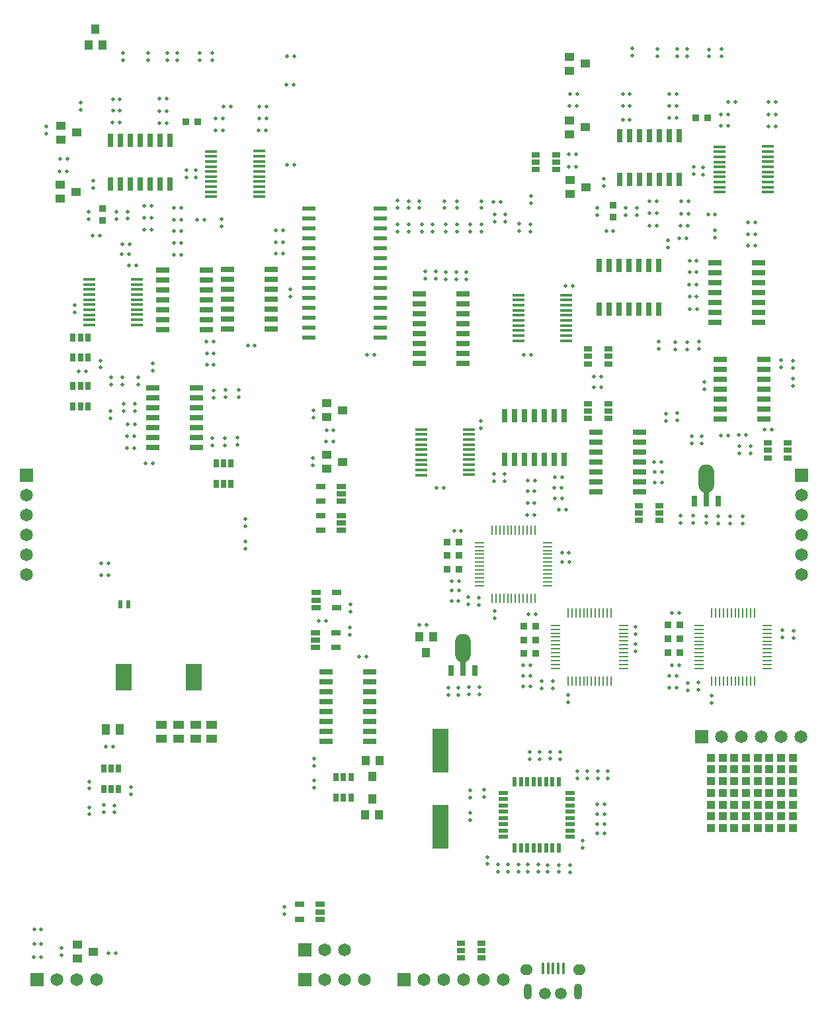
<source format=gtp>
G04 #@! TF.FileFunction,Paste,Top*
%FSLAX46Y46*%
G04 Gerber Fmt 4.6, Leading zero omitted, Abs format (unit mm)*
G04 Created by KiCad (PCBNEW 4.0.6) date Sunday, October 29, 2017 'AMt' 11:13:45 AM*
%MOMM*%
%LPD*%
G01*
G04 APERTURE LIST*
%ADD10C,0.100000*%
%ADD11R,1.016000X1.397000*%
%ADD12R,0.889000X0.889000*%
%ADD13R,1.000000X1.000000*%
%ADD14R,1.200000X0.600000*%
%ADD15R,0.600000X1.200000*%
%ADD16R,1.750060X0.650240*%
%ADD17R,0.650240X1.750060*%
%ADD18R,1.750060X0.551180*%
%ADD19R,2.000000X3.500000*%
%ADD20R,1.300000X0.250000*%
%ADD21R,0.250000X1.300000*%
%ADD22C,0.497840*%
%ADD23R,1.397000X1.016000*%
%ADD24R,1.143000X1.016000*%
%ADD25R,1.016000X1.143000*%
%ADD26R,1.198880X0.688340*%
%ADD27R,1.651000X1.651000*%
%ADD28C,1.651000*%
%ADD29O,0.381000X1.524000*%
%ADD30O,1.597660X1.397000*%
%ADD31O,1.016000X2.032000*%
%ADD32C,1.498600*%
%ADD33R,0.500000X1.000000*%
%ADD34R,1.498600X0.347980*%
%ADD35R,0.688340X0.998220*%
%ADD36O,2.032000X3.649980*%
%ADD37R,0.797560X1.399540*%
%ADD38R,0.797560X1.899920*%
%ADD39R,0.998220X0.688340*%
%ADD40R,2.100580X5.600700*%
G04 APERTURE END LIST*
D10*
D11*
X68461000Y-134340000D03*
X70239000Y-134340000D03*
D12*
X68050000Y-69302000D03*
X68050000Y-67778000D03*
X78738000Y-56690000D03*
X80262000Y-56690000D03*
D13*
X147450000Y-143990000D03*
X147450000Y-145490000D03*
X147450000Y-146990000D03*
X145950000Y-146990000D03*
X145950000Y-145490000D03*
X145950000Y-143990000D03*
X145950000Y-139490000D03*
X145950000Y-140990000D03*
X145950000Y-142490000D03*
X147450000Y-142490000D03*
X147450000Y-140990000D03*
X147450000Y-139490000D03*
X147450000Y-137990000D03*
X145950000Y-137990000D03*
X148950000Y-137990000D03*
X150450000Y-137990000D03*
X151950000Y-137990000D03*
X151950000Y-139490000D03*
X151950000Y-140990000D03*
X151950000Y-142490000D03*
X150450000Y-139490000D03*
X150450000Y-140990000D03*
X150450000Y-142490000D03*
X148950000Y-142490000D03*
X148950000Y-140990000D03*
X148950000Y-139490000D03*
X148950000Y-143990000D03*
X148950000Y-145490000D03*
X148950000Y-146990000D03*
X150450000Y-146990000D03*
X150450000Y-145490000D03*
X150450000Y-143990000D03*
X151950000Y-146990000D03*
X151950000Y-145490000D03*
X151950000Y-143990000D03*
X156450000Y-143990000D03*
X156450000Y-145490000D03*
X156450000Y-146990000D03*
X154950000Y-143990000D03*
X154950000Y-145490000D03*
X154950000Y-146990000D03*
X153450000Y-146990000D03*
X153450000Y-145490000D03*
X153450000Y-143990000D03*
X153450000Y-139490000D03*
X153450000Y-140990000D03*
X153450000Y-142490000D03*
X154950000Y-142490000D03*
X154950000Y-140990000D03*
X154950000Y-139490000D03*
X156450000Y-142490000D03*
X156450000Y-140990000D03*
X156450000Y-139490000D03*
X156450000Y-137990000D03*
X154950000Y-137990000D03*
X153450000Y-137990000D03*
D14*
X119405100Y-148095927D03*
X119405100Y-147295927D03*
X119405100Y-146495927D03*
X119405100Y-145695927D03*
X119405100Y-144895927D03*
X119405100Y-144095927D03*
X119405100Y-143295927D03*
X119405100Y-142495927D03*
D15*
X120855100Y-141045927D03*
X121655100Y-141045927D03*
X122455100Y-141045927D03*
X123255100Y-141045927D03*
X124055100Y-141045927D03*
X124855100Y-141045927D03*
X125655100Y-141045927D03*
X126455100Y-141045927D03*
D14*
X127905100Y-142495927D03*
X127905100Y-143295927D03*
X127905100Y-144095927D03*
X127905100Y-144895927D03*
X127905100Y-145695927D03*
X127905100Y-146495927D03*
X127905100Y-147295927D03*
X127905100Y-148095927D03*
D15*
X126455100Y-149545927D03*
X125655100Y-149545927D03*
X124855100Y-149545927D03*
X124055100Y-149545927D03*
X123255100Y-149545927D03*
X122455100Y-149545927D03*
X121655100Y-149545927D03*
X120855100Y-149545927D03*
D16*
X147156000Y-87030000D03*
X147156000Y-88300000D03*
X147156000Y-89570000D03*
X147156000Y-90840000D03*
X147156000Y-92110000D03*
X147156000Y-93380000D03*
X147156000Y-94650000D03*
X152749080Y-94650000D03*
X152749080Y-93380000D03*
X152749080Y-92110000D03*
X152749080Y-90840000D03*
X152749080Y-89570000D03*
X152749080Y-88300000D03*
X152749080Y-87030000D03*
D17*
X134260000Y-64016000D03*
X135530000Y-64016000D03*
X136800000Y-64016000D03*
X138070000Y-64016000D03*
X139340000Y-64016000D03*
X140610000Y-64016000D03*
X141880000Y-64016000D03*
X141880000Y-58422920D03*
X140610000Y-58422920D03*
X139340000Y-58422920D03*
X138070000Y-58422920D03*
X136800000Y-58422920D03*
X135530000Y-58422920D03*
X134260000Y-58422920D03*
X131640000Y-80634000D03*
X132910000Y-80634000D03*
X134180000Y-80634000D03*
X135450000Y-80634000D03*
X136720000Y-80634000D03*
X137990000Y-80634000D03*
X139260000Y-80634000D03*
X139260000Y-75040920D03*
X137990000Y-75040920D03*
X136720000Y-75040920D03*
X135450000Y-75040920D03*
X134180000Y-75040920D03*
X132910000Y-75040920D03*
X131640000Y-75040920D03*
D16*
X146452000Y-74684000D03*
X146452000Y-75954000D03*
X146452000Y-77224000D03*
X146452000Y-78494000D03*
X146452000Y-79764000D03*
X146452000Y-81034000D03*
X146452000Y-82304000D03*
X152045080Y-82304000D03*
X152045080Y-81034000D03*
X152045080Y-79764000D03*
X152045080Y-78494000D03*
X152045080Y-77224000D03*
X152045080Y-75954000D03*
X152045080Y-74684000D03*
X74490000Y-90676000D03*
X74490000Y-91946000D03*
X74490000Y-93216000D03*
X74490000Y-94486000D03*
X74490000Y-95756000D03*
X74490000Y-97026000D03*
X74490000Y-98296000D03*
X80083080Y-98296000D03*
X80083080Y-97026000D03*
X80083080Y-95756000D03*
X80083080Y-94486000D03*
X80083080Y-93216000D03*
X80083080Y-91946000D03*
X80083080Y-90676000D03*
X75756000Y-75630000D03*
X75756000Y-76900000D03*
X75756000Y-78170000D03*
X75756000Y-79440000D03*
X75756000Y-80710000D03*
X75756000Y-81980000D03*
X75756000Y-83250000D03*
X81349080Y-83250000D03*
X81349080Y-81980000D03*
X81349080Y-80710000D03*
X81349080Y-79440000D03*
X81349080Y-78170000D03*
X81349080Y-76900000D03*
X81349080Y-75630000D03*
D17*
X69048000Y-64616000D03*
X70318000Y-64616000D03*
X71588000Y-64616000D03*
X72858000Y-64616000D03*
X74128000Y-64616000D03*
X75398000Y-64616000D03*
X76668000Y-64616000D03*
X76668000Y-59022920D03*
X75398000Y-59022920D03*
X74128000Y-59022920D03*
X72858000Y-59022920D03*
X71588000Y-59022920D03*
X70318000Y-59022920D03*
X69048000Y-59022920D03*
D16*
X84056000Y-75530000D03*
X84056000Y-76800000D03*
X84056000Y-78070000D03*
X84056000Y-79340000D03*
X84056000Y-80610000D03*
X84056000Y-81880000D03*
X84056000Y-83150000D03*
X89649080Y-83150000D03*
X89649080Y-81880000D03*
X89649080Y-80610000D03*
X89649080Y-79340000D03*
X89649080Y-78070000D03*
X89649080Y-76800000D03*
X89649080Y-75530000D03*
X96650920Y-127045000D03*
X96650920Y-128315000D03*
X96650920Y-129585000D03*
X96650920Y-130855000D03*
X96650920Y-132125000D03*
X96650920Y-133395000D03*
X96650920Y-134665000D03*
X96650920Y-135935000D03*
X102249080Y-135935000D03*
X102249080Y-134665000D03*
X102249080Y-133395000D03*
X102249080Y-132125000D03*
X102249080Y-130855000D03*
X102249080Y-129585000D03*
X102249080Y-128315000D03*
X102249080Y-127045000D03*
D18*
X103649940Y-83025000D03*
X103649940Y-81755000D03*
X103649940Y-80485000D03*
X103649940Y-79215000D03*
X103649940Y-77945000D03*
X103649940Y-72865000D03*
X103649940Y-71595000D03*
X103649940Y-70325000D03*
X103649940Y-69055000D03*
X103649940Y-67785000D03*
X94450060Y-67785000D03*
X94450060Y-69055000D03*
X94450060Y-70325000D03*
X94450060Y-71595000D03*
X94450060Y-72865000D03*
X94450060Y-77945000D03*
X94450060Y-79215000D03*
X94450060Y-80485000D03*
X94450060Y-81755000D03*
X94450060Y-83025000D03*
X94450060Y-84295000D03*
X94450060Y-74135000D03*
X94450060Y-75405000D03*
X94450060Y-76675000D03*
X103649940Y-74135000D03*
X103649940Y-75405000D03*
X103649940Y-76675000D03*
X103649940Y-84295000D03*
D16*
X108650920Y-78645000D03*
X108650920Y-79915000D03*
X108650920Y-81185000D03*
X108650920Y-82455000D03*
X108650920Y-83725000D03*
X108650920Y-84995000D03*
X108650920Y-86265000D03*
X108650920Y-87535000D03*
X114249080Y-87535000D03*
X114249080Y-86265000D03*
X114249080Y-84995000D03*
X114249080Y-83725000D03*
X114249080Y-82455000D03*
X114249080Y-81185000D03*
X114249080Y-79915000D03*
X114249080Y-78645000D03*
D19*
X79775000Y-127690000D03*
X70775000Y-127690000D03*
D20*
X134775000Y-126565000D03*
X134775000Y-126065000D03*
X134775000Y-125565000D03*
X134775000Y-125065000D03*
X134775000Y-124565000D03*
X134775000Y-124065000D03*
X134775000Y-123565000D03*
X134775000Y-123065000D03*
X134775000Y-122565000D03*
X134775000Y-122065000D03*
X134775000Y-121565000D03*
X134775000Y-121065000D03*
D21*
X133175000Y-119465000D03*
X132675000Y-119465000D03*
X132175000Y-119465000D03*
X131675000Y-119465000D03*
X131175000Y-119465000D03*
X130675000Y-119465000D03*
X130175000Y-119465000D03*
X129675000Y-119465000D03*
X129175000Y-119465000D03*
X128675000Y-119465000D03*
X128175000Y-119465000D03*
X127675000Y-119465000D03*
D20*
X126075000Y-121065000D03*
X126075000Y-121565000D03*
X126075000Y-122065000D03*
X126075000Y-122565000D03*
X126075000Y-123065000D03*
X126075000Y-123565000D03*
X126075000Y-124065000D03*
X126075000Y-124565000D03*
X126075000Y-125065000D03*
X126075000Y-125565000D03*
X126075000Y-126065000D03*
X126075000Y-126565000D03*
D21*
X127675000Y-128165000D03*
X128175000Y-128165000D03*
X128675000Y-128165000D03*
X129175000Y-128165000D03*
X129675000Y-128165000D03*
X130175000Y-128165000D03*
X130675000Y-128165000D03*
X131175000Y-128165000D03*
X131675000Y-128165000D03*
X132175000Y-128165000D03*
X132675000Y-128165000D03*
X133175000Y-128165000D03*
X151562500Y-128177500D03*
X151062500Y-128177500D03*
X150562500Y-128177500D03*
X150062500Y-128177500D03*
X149562500Y-128177500D03*
X149062500Y-128177500D03*
X148562500Y-128177500D03*
X148062500Y-128177500D03*
X147562500Y-128177500D03*
X147062500Y-128177500D03*
X146562500Y-128177500D03*
X146062500Y-128177500D03*
D20*
X144462500Y-126577500D03*
X144462500Y-126077500D03*
X144462500Y-125577500D03*
X144462500Y-125077500D03*
X144462500Y-124577500D03*
X144462500Y-124077500D03*
X144462500Y-123577500D03*
X144462500Y-123077500D03*
X144462500Y-122577500D03*
X144462500Y-122077500D03*
X144462500Y-121577500D03*
X144462500Y-121077500D03*
D21*
X146062500Y-119477500D03*
X146562500Y-119477500D03*
X147062500Y-119477500D03*
X147562500Y-119477500D03*
X148062500Y-119477500D03*
X148562500Y-119477500D03*
X149062500Y-119477500D03*
X149562500Y-119477500D03*
X150062500Y-119477500D03*
X150562500Y-119477500D03*
X151062500Y-119477500D03*
X151562500Y-119477500D03*
D20*
X153162500Y-121077500D03*
X153162500Y-121577500D03*
X153162500Y-122077500D03*
X153162500Y-122577500D03*
X153162500Y-123077500D03*
X153162500Y-123577500D03*
X153162500Y-124077500D03*
X153162500Y-124577500D03*
X153162500Y-125077500D03*
X153162500Y-125577500D03*
X153162500Y-126077500D03*
X153162500Y-126577500D03*
D17*
X119565000Y-99809000D03*
X120835000Y-99809000D03*
X122105000Y-99809000D03*
X123375000Y-99809000D03*
X124645000Y-99809000D03*
X125915000Y-99809000D03*
X127185000Y-99809000D03*
X127185000Y-94215920D03*
X125915000Y-94215920D03*
X124645000Y-94215920D03*
X123375000Y-94215920D03*
X122105000Y-94215920D03*
X120835000Y-94215920D03*
X119565000Y-94215920D03*
D16*
X131225920Y-104025000D03*
X131225920Y-102755000D03*
X131225920Y-101485000D03*
X131225920Y-100215000D03*
X131225920Y-98945000D03*
X131225920Y-97675000D03*
X131225920Y-96405000D03*
X136819000Y-96405000D03*
X136819000Y-97675000D03*
X136819000Y-98945000D03*
X136819000Y-100215000D03*
X136819000Y-101485000D03*
X136819000Y-102755000D03*
X136819000Y-104025000D03*
D20*
X125037500Y-115977500D03*
X125037500Y-115477500D03*
X125037500Y-114977500D03*
X125037500Y-114477500D03*
X125037500Y-113977500D03*
X125037500Y-113477500D03*
X125037500Y-112977500D03*
X125037500Y-112477500D03*
X125037500Y-111977500D03*
X125037500Y-111477500D03*
X125037500Y-110977500D03*
X125037500Y-110477500D03*
D21*
X123437500Y-108877500D03*
X122937500Y-108877500D03*
X122437500Y-108877500D03*
X121937500Y-108877500D03*
X121437500Y-108877500D03*
X120937500Y-108877500D03*
X120437500Y-108877500D03*
X119937500Y-108877500D03*
X119437500Y-108877500D03*
X118937500Y-108877500D03*
X118437500Y-108877500D03*
X117937500Y-108877500D03*
D20*
X116337500Y-110477500D03*
X116337500Y-110977500D03*
X116337500Y-111477500D03*
X116337500Y-111977500D03*
X116337500Y-112477500D03*
X116337500Y-112977500D03*
X116337500Y-113477500D03*
X116337500Y-113977500D03*
X116337500Y-114477500D03*
X116337500Y-114977500D03*
X116337500Y-115477500D03*
X116337500Y-115977500D03*
D21*
X117937500Y-117577500D03*
X118437500Y-117577500D03*
X118937500Y-117577500D03*
X119437500Y-117577500D03*
X119937500Y-117577500D03*
X120437500Y-117577500D03*
X120937500Y-117577500D03*
X121437500Y-117577500D03*
X121937500Y-117577500D03*
X122437500Y-117577500D03*
X122937500Y-117577500D03*
X123437500Y-117577500D03*
D22*
X116540000Y-95822280D03*
X116540000Y-94897720D03*
X125957720Y-102090000D03*
X126882280Y-102090000D03*
X123402280Y-103920000D03*
X122477720Y-103920000D03*
X122497720Y-102580000D03*
X123422280Y-102580000D03*
X60237280Y-161790000D03*
X59312720Y-161790000D03*
X59287720Y-163515000D03*
X60212280Y-163515000D03*
X96712280Y-120460000D03*
X95787720Y-120460000D03*
X101882280Y-125090000D03*
X100957720Y-125090000D03*
X89062280Y-56190000D03*
X88137720Y-56190000D03*
X72362280Y-74990000D03*
X71437720Y-74990000D03*
X70262280Y-56740000D03*
X69337720Y-56740000D03*
X70800000Y-93652280D03*
X70800000Y-92727720D03*
X72225000Y-93652280D03*
X72225000Y-92727720D03*
X82587720Y-56240000D03*
X83512280Y-56240000D03*
X90237720Y-73540000D03*
X91162280Y-73540000D03*
X90237720Y-72040000D03*
X91162280Y-72040000D03*
X69175000Y-89327720D03*
X69175000Y-90252280D03*
X71212720Y-96865000D03*
X72137280Y-96865000D03*
X83850000Y-91877280D03*
X83850000Y-90952720D03*
X82125000Y-97127720D03*
X82125000Y-98052280D03*
X70625000Y-89327720D03*
X70625000Y-90252280D03*
X78800000Y-62827720D03*
X78800000Y-63752280D03*
X76312280Y-55290000D03*
X75387720Y-55290000D03*
X78112280Y-69190000D03*
X77187720Y-69190000D03*
X74362280Y-67440000D03*
X73437720Y-67440000D03*
X73437720Y-68890000D03*
X74362280Y-68890000D03*
X86325000Y-111227280D03*
X86325000Y-110302720D03*
X71300000Y-68127720D03*
X71300000Y-69052280D03*
X82150000Y-48802280D03*
X82150000Y-47877720D03*
X80500000Y-47877720D03*
X80500000Y-48802280D03*
X76400000Y-48802280D03*
X76400000Y-47877720D03*
X73900000Y-48802280D03*
X73900000Y-47877720D03*
X70700000Y-48802280D03*
X70700000Y-47877720D03*
X77650000Y-47827720D03*
X77650000Y-48752280D03*
X114650000Y-76802280D03*
X114650000Y-75877720D03*
X109400000Y-75827720D03*
X109400000Y-76752280D03*
X110750000Y-75827720D03*
X110750000Y-76752280D03*
X105800000Y-66727720D03*
X105800000Y-67652280D03*
X108650000Y-67702280D03*
X108650000Y-66777720D03*
X67912720Y-114615000D03*
X68837280Y-114615000D03*
X68837280Y-113090000D03*
X67912720Y-113090000D03*
X146920000Y-108022280D03*
X146920000Y-107097720D03*
X148460000Y-107097720D03*
X148460000Y-108022280D03*
X145410000Y-107077720D03*
X145410000Y-108002280D03*
X143640000Y-107982280D03*
X143640000Y-107057720D03*
X122850000Y-70702280D03*
X122850000Y-69777720D03*
X119650000Y-68527720D03*
X119650000Y-69452280D03*
X116550000Y-69777720D03*
X116550000Y-70702280D03*
X113450000Y-70702280D03*
X113450000Y-69777720D03*
X110350000Y-69777720D03*
X110350000Y-70702280D03*
X69387280Y-136590000D03*
X68462720Y-136590000D03*
X71675000Y-142652280D03*
X71675000Y-141727720D03*
D23*
X75600000Y-133751000D03*
X75600000Y-135529000D03*
X79975000Y-135579000D03*
X79975000Y-133801000D03*
X77775000Y-133801000D03*
X77775000Y-135579000D03*
X82075000Y-135579000D03*
X82075000Y-133801000D03*
D22*
X92150000Y-78077720D03*
X92150000Y-79002280D03*
X154232280Y-55690000D03*
X153307720Y-55690000D03*
X127337720Y-77690000D03*
X128262280Y-77690000D03*
X134665720Y-56388000D03*
X135590280Y-56388000D03*
X141650000Y-93937720D03*
X141650000Y-94862280D03*
X145140000Y-90862280D03*
X145140000Y-89937720D03*
X148182280Y-55700000D03*
X147257720Y-55700000D03*
X151632280Y-72450000D03*
X150707720Y-72450000D03*
X150737720Y-71040000D03*
X151662280Y-71040000D03*
X144480000Y-84797720D03*
X144480000Y-85722280D03*
X144750000Y-97782280D03*
X144750000Y-96857720D03*
X156450000Y-88112280D03*
X156450000Y-87187720D03*
X151040000Y-98107720D03*
X151040000Y-99032280D03*
X141420000Y-85742280D03*
X141420000Y-84817720D03*
D12*
X143988000Y-56140000D03*
X145512000Y-56140000D03*
D22*
X143740000Y-63362280D03*
X143740000Y-62437720D03*
X141542280Y-54600000D03*
X140617720Y-54600000D03*
X143072280Y-68390000D03*
X142147720Y-68390000D03*
X139032280Y-66810000D03*
X138107720Y-66810000D03*
X138117720Y-68350000D03*
X139042280Y-68350000D03*
X95170000Y-141862280D03*
X95170000Y-140937720D03*
D12*
X133470000Y-68822000D03*
X133470000Y-67298000D03*
D22*
X136500000Y-68552280D03*
X136500000Y-67627720D03*
X147340000Y-47367720D03*
X147340000Y-48292280D03*
X145690000Y-47387720D03*
X145690000Y-48312280D03*
X141630000Y-48272280D03*
X141630000Y-47347720D03*
X139070000Y-47327720D03*
X139070000Y-48252280D03*
X135920000Y-47287720D03*
X135920000Y-48212280D03*
X142890000Y-47327720D03*
X142890000Y-48252280D03*
X125750000Y-129122280D03*
X125750000Y-128197720D03*
X124300000Y-128227720D03*
X124300000Y-129152280D03*
X144370000Y-128397720D03*
X144370000Y-129322280D03*
X142970000Y-128427720D03*
X142970000Y-129352280D03*
X122812280Y-127520000D03*
X121887720Y-127520000D03*
X121927720Y-126170000D03*
X122852280Y-126170000D03*
X140637720Y-127510000D03*
X141562280Y-127510000D03*
X140937720Y-126130000D03*
X141862280Y-126130000D03*
D12*
X122028000Y-124630000D03*
X123552000Y-124630000D03*
X141982000Y-124590000D03*
X140458000Y-124590000D03*
X122038000Y-121210000D03*
X123562000Y-121210000D03*
X140468000Y-121030000D03*
X141992000Y-121030000D03*
D22*
X122577720Y-119660000D03*
X123502280Y-119660000D03*
X141882280Y-119520000D03*
X140957720Y-119520000D03*
X127710000Y-129997720D03*
X127710000Y-130922280D03*
X136330000Y-123457720D03*
X136330000Y-124382280D03*
X136320000Y-122152280D03*
X136320000Y-121227720D03*
X146060000Y-131002280D03*
X146060000Y-130077720D03*
X155130000Y-121717720D03*
X155130000Y-122642280D03*
X156560000Y-122672280D03*
X156560000Y-121747720D03*
X127960000Y-152662280D03*
X127960000Y-151737720D03*
X123830000Y-151657720D03*
X123830000Y-152582280D03*
X118690000Y-151677720D03*
X118690000Y-152602280D03*
X122490000Y-152582280D03*
X122490000Y-151657720D03*
X115170000Y-145952280D03*
X115170000Y-145027720D03*
X115150000Y-142147720D03*
X115150000Y-143072280D03*
D12*
X122038000Y-122930000D03*
X123562000Y-122930000D03*
X140468000Y-122820000D03*
X141992000Y-122820000D03*
D22*
X113630000Y-129972280D03*
X113630000Y-129047720D03*
X112380000Y-129027720D03*
X112380000Y-129952280D03*
X114970000Y-129892280D03*
X114970000Y-128967720D03*
X116310000Y-128967720D03*
X116310000Y-129892280D03*
X118300000Y-119217720D03*
X118300000Y-120142280D03*
X113682280Y-116640000D03*
X112757720Y-116640000D03*
X127822280Y-113000000D03*
X126897720Y-113000000D03*
X112747720Y-115390000D03*
X113672280Y-115390000D03*
X126877720Y-111740000D03*
X127802280Y-111740000D03*
X113077720Y-108960000D03*
X114002280Y-108960000D03*
X114910000Y-117477720D03*
X114910000Y-118402280D03*
D12*
X113692000Y-112140000D03*
X112168000Y-112140000D03*
X113692000Y-113870000D03*
X112168000Y-113870000D03*
X113692000Y-110440000D03*
X112168000Y-110440000D03*
D22*
X116290000Y-118422280D03*
X116290000Y-117497720D03*
D24*
X98766000Y-100140000D03*
X96734000Y-101029000D03*
X96734000Y-99251000D03*
D25*
X101691000Y-145336000D03*
X103469000Y-145336000D03*
X102580000Y-143304000D03*
D24*
X98776000Y-93530000D03*
X96744000Y-94419000D03*
X96744000Y-92641000D03*
X64834000Y-161931000D03*
X64834000Y-163709000D03*
X66866000Y-162820000D03*
D25*
X103519000Y-138324000D03*
X101741000Y-138324000D03*
X102630000Y-140356000D03*
X67150000Y-44774000D03*
X68039000Y-46806000D03*
X66261000Y-46806000D03*
D24*
X64666000Y-65590000D03*
X62634000Y-66479000D03*
X62634000Y-64701000D03*
X62734000Y-57151000D03*
X62734000Y-58929000D03*
X64766000Y-58040000D03*
X129846000Y-49240000D03*
X127814000Y-50129000D03*
X127814000Y-48351000D03*
X127914000Y-64141000D03*
X127914000Y-65919000D03*
X129946000Y-65030000D03*
X129876000Y-57360000D03*
X127844000Y-58249000D03*
X127844000Y-56471000D03*
D25*
X110389000Y-122534000D03*
X108611000Y-122534000D03*
X109500000Y-124566000D03*
D22*
X111772280Y-103480000D03*
X110847720Y-103480000D03*
X126487720Y-106250000D03*
X127412280Y-106250000D03*
X122437720Y-106940000D03*
X123362280Y-106940000D03*
X95020000Y-99677720D03*
X95020000Y-100602280D03*
X97622280Y-97520000D03*
X96697720Y-97520000D03*
X139632280Y-100170000D03*
X138707720Y-100170000D03*
X139692280Y-102780000D03*
X138767720Y-102780000D03*
X125907720Y-103450000D03*
X126832280Y-103450000D03*
X126882280Y-104870000D03*
X125957720Y-104870000D03*
X95060000Y-93557720D03*
X95060000Y-94482280D03*
X97662280Y-96130000D03*
X96737720Y-96130000D03*
X62800000Y-163227280D03*
X62800000Y-162302720D03*
X69742280Y-163010000D03*
X68817720Y-163010000D03*
X138747720Y-101480000D03*
X139672280Y-101480000D03*
X123402280Y-105460000D03*
X122477720Y-105460000D03*
X119560000Y-101677720D03*
X119560000Y-102602280D03*
X118230000Y-102602280D03*
X118230000Y-101677720D03*
X60237280Y-159965000D03*
X59312720Y-159965000D03*
X99820000Y-118397720D03*
X99820000Y-119322280D03*
X99750000Y-122252280D03*
X99750000Y-121327720D03*
X81412720Y-87765000D03*
X82337280Y-87765000D03*
X91360000Y-157077720D03*
X91360000Y-158002280D03*
X89062280Y-54740000D03*
X88137720Y-54740000D03*
X88087720Y-57790000D03*
X89012280Y-57790000D03*
X67800000Y-87177720D03*
X67800000Y-88102280D03*
X65012720Y-88565000D03*
X65937280Y-88565000D03*
X70312280Y-55240000D03*
X69387720Y-55240000D03*
X69387720Y-53740000D03*
X70312280Y-53740000D03*
X69075000Y-93677720D03*
X69075000Y-94602280D03*
X86662720Y-85240000D03*
X87587280Y-85240000D03*
X78162280Y-72140000D03*
X77237720Y-72140000D03*
X83587720Y-54740000D03*
X84512280Y-54740000D03*
X90287720Y-70540000D03*
X91212280Y-70540000D03*
X81387720Y-84765000D03*
X82312280Y-84765000D03*
X82587720Y-57740000D03*
X83512280Y-57740000D03*
X71262720Y-95340000D03*
X72187280Y-95340000D03*
X82337280Y-86265000D03*
X81412720Y-86265000D03*
X74512280Y-100315000D03*
X73587720Y-100315000D03*
X72162280Y-98365000D03*
X71237720Y-98365000D03*
X85325000Y-97077720D03*
X85325000Y-98002280D03*
X71512280Y-72290000D03*
X70587720Y-72290000D03*
X83350000Y-70052280D03*
X83350000Y-69127720D03*
X82275000Y-91927280D03*
X82275000Y-91002720D03*
X85550000Y-90952720D03*
X85550000Y-91877280D03*
X83700000Y-98027280D03*
X83700000Y-97102720D03*
X72650000Y-90252280D03*
X72650000Y-89327720D03*
X74550000Y-87577720D03*
X74550000Y-88502280D03*
X71462280Y-73615000D03*
X70537720Y-73615000D03*
X64500000Y-81002280D03*
X64500000Y-80077720D03*
X76312280Y-56790000D03*
X75387720Y-56790000D03*
X75387720Y-53690000D03*
X76312280Y-53690000D03*
X77187720Y-73640000D03*
X78112280Y-73640000D03*
X81112280Y-69190000D03*
X80187720Y-69190000D03*
X78112280Y-67690000D03*
X77187720Y-67690000D03*
X77237720Y-70640000D03*
X78162280Y-70640000D03*
X73437720Y-70440000D03*
X74362280Y-70440000D03*
X86375000Y-107477720D03*
X86375000Y-108402280D03*
X67762280Y-71240000D03*
X66837720Y-71240000D03*
X69850000Y-69102280D03*
X69850000Y-68177720D03*
X65300000Y-54227720D03*
X65300000Y-55152280D03*
X63512280Y-62990000D03*
X62587720Y-62990000D03*
X66900000Y-65152280D03*
X66900000Y-64227720D03*
X63562280Y-61390000D03*
X62637720Y-61390000D03*
X60900000Y-57227720D03*
X60900000Y-58152280D03*
X66300000Y-69102280D03*
X66300000Y-68177720D03*
X80000000Y-62827720D03*
X80000000Y-63752280D03*
X102892280Y-86440000D03*
X101967720Y-86440000D03*
X150010000Y-108032280D03*
X150010000Y-107107720D03*
X112050000Y-75877720D03*
X112050000Y-76802280D03*
X113350000Y-76802280D03*
X113350000Y-75877720D03*
X122900000Y-67052280D03*
X122900000Y-66127720D03*
X118137720Y-66890000D03*
X119062280Y-66890000D03*
X116550000Y-66777720D03*
X116550000Y-67702280D03*
X113450000Y-66777720D03*
X113450000Y-67702280D03*
X111850000Y-67702280D03*
X111850000Y-66777720D03*
X121400000Y-69727720D03*
X121400000Y-70652280D03*
X118250000Y-69452280D03*
X118250000Y-68527720D03*
X115150000Y-69777720D03*
X115150000Y-70702280D03*
X112050000Y-70702280D03*
X112050000Y-69777720D03*
X108950000Y-69777720D03*
X108950000Y-70702280D03*
X107300000Y-66777720D03*
X107300000Y-67702280D03*
X105850000Y-70702280D03*
X105850000Y-69777720D03*
X107250000Y-70702280D03*
X107250000Y-69777720D03*
X142060000Y-107047720D03*
X142060000Y-107972280D03*
X66375000Y-141027720D03*
X66375000Y-141952280D03*
X66375000Y-145252280D03*
X66375000Y-144327720D03*
X68250000Y-144027720D03*
X68250000Y-144952280D03*
X69600000Y-145002280D03*
X69600000Y-144077720D03*
X91687720Y-62140000D03*
X92612280Y-62140000D03*
X91637720Y-51940000D03*
X92562280Y-51940000D03*
X92612280Y-48290000D03*
X91687720Y-48290000D03*
X154232280Y-54120000D03*
X153307720Y-54120000D03*
X153337720Y-57230000D03*
X154262280Y-57230000D03*
X131017720Y-89240000D03*
X131942280Y-89240000D03*
X130987720Y-90610000D03*
X131912280Y-90610000D03*
X134665720Y-54610000D03*
X135590280Y-54610000D03*
X135590280Y-53086000D03*
X134665720Y-53086000D03*
X140250000Y-93997720D03*
X140250000Y-94922280D03*
X144142280Y-74440000D03*
X143217720Y-74440000D03*
X141917720Y-71570000D03*
X142842280Y-71570000D03*
X148207720Y-54130000D03*
X149132280Y-54130000D03*
X151662280Y-69540000D03*
X150737720Y-69540000D03*
X143217720Y-75910000D03*
X144142280Y-75910000D03*
X147217720Y-57170000D03*
X148142280Y-57170000D03*
X143500000Y-97782280D03*
X143500000Y-96857720D03*
X144112280Y-77500000D03*
X143187720Y-77500000D03*
X150422280Y-96730000D03*
X149497720Y-96730000D03*
X148142280Y-96770000D03*
X147217720Y-96770000D03*
X153762280Y-95990000D03*
X152837720Y-95990000D03*
X144142280Y-79040000D03*
X143217720Y-79040000D03*
X146440000Y-71492280D03*
X146440000Y-70567720D03*
X154980000Y-88072280D03*
X154980000Y-87147720D03*
X156430000Y-90452280D03*
X156430000Y-89527720D03*
X149630000Y-98177720D03*
X149630000Y-99102280D03*
X142920000Y-84847720D03*
X142920000Y-85772280D03*
X139270000Y-85672280D03*
X139270000Y-84747720D03*
X144152280Y-80650000D03*
X143227720Y-80650000D03*
X122007720Y-86460000D03*
X122932280Y-86460000D03*
X140647720Y-56170000D03*
X141572280Y-56170000D03*
X141522280Y-53080000D03*
X140597720Y-53080000D03*
X140440000Y-71787720D03*
X140440000Y-72712280D03*
X145587720Y-68490000D03*
X146512280Y-68490000D03*
X143062280Y-66830000D03*
X142137720Y-66830000D03*
X142107720Y-69960000D03*
X143032280Y-69960000D03*
X138087720Y-69910000D03*
X139012280Y-69910000D03*
X95150000Y-138117720D03*
X95150000Y-139042280D03*
X133472280Y-70590000D03*
X132547720Y-70590000D03*
X135040000Y-68572280D03*
X135040000Y-67647720D03*
X127897720Y-53120000D03*
X128822280Y-53120000D03*
X128672280Y-62380000D03*
X127747720Y-62380000D03*
X132220000Y-64852280D03*
X132220000Y-63927720D03*
X128672280Y-60780000D03*
X127747720Y-60780000D03*
X128802280Y-54620000D03*
X127877720Y-54620000D03*
X131430000Y-68572280D03*
X131430000Y-67647720D03*
X144950000Y-63392280D03*
X144950000Y-62467720D03*
X125030000Y-151697720D03*
X125030000Y-152622280D03*
X117390000Y-151602280D03*
X117390000Y-150677720D03*
X131437720Y-145190000D03*
X132362280Y-145190000D03*
X119980000Y-151687720D03*
X119980000Y-152612280D03*
X132332280Y-146460000D03*
X131407720Y-146460000D03*
X121290000Y-152602280D03*
X121290000Y-151677720D03*
X130130000Y-140672280D03*
X130130000Y-139747720D03*
X131450000Y-139747720D03*
X131450000Y-140672280D03*
X131437720Y-143930000D03*
X132362280Y-143930000D03*
X132332280Y-147650000D03*
X131407720Y-147650000D03*
X128850000Y-140672280D03*
X128850000Y-139747720D03*
X132730000Y-139747720D03*
X132730000Y-140672280D03*
X129500000Y-148607720D03*
X129500000Y-149532280D03*
X116950000Y-142117720D03*
X116950000Y-143042280D03*
X121957720Y-128900000D03*
X122882280Y-128900000D03*
X141592280Y-129010000D03*
X140667720Y-129010000D03*
X126470000Y-151697720D03*
X126470000Y-152622280D03*
X109562280Y-121020000D03*
X108637720Y-121020000D03*
X124040000Y-137247720D03*
X124040000Y-138172280D03*
X125360000Y-137217720D03*
X125360000Y-138142280D03*
X122740000Y-137227720D03*
X122740000Y-138152280D03*
X126670000Y-137247720D03*
X126670000Y-138172280D03*
X112737720Y-117940000D03*
X113662280Y-117940000D03*
D26*
X95897940Y-158664960D03*
X95897940Y-157715000D03*
X95897940Y-156765040D03*
X93302060Y-156765040D03*
X93302060Y-158664960D03*
X97947940Y-121990040D03*
X97947940Y-123889960D03*
X95352060Y-123889960D03*
X95352060Y-122940000D03*
X95352060Y-121990040D03*
X96052060Y-105189960D03*
X96052060Y-103290040D03*
X98647940Y-103290040D03*
X98647940Y-104240000D03*
X98647940Y-105189960D03*
X98647940Y-108889960D03*
X98647940Y-107940000D03*
X98647940Y-106990040D03*
X96052060Y-106990040D03*
X96052060Y-108889960D03*
X95452060Y-116890040D03*
X95452060Y-117840000D03*
X95452060Y-118789960D03*
X98047940Y-118789960D03*
X98047940Y-116890040D03*
D27*
X58300000Y-101840000D03*
D28*
X58300000Y-104380000D03*
X58300000Y-106920000D03*
X58300000Y-109460000D03*
X58300000Y-112000000D03*
X58300000Y-114540000D03*
X157600000Y-114540000D03*
X157600000Y-112000000D03*
X157600000Y-109460000D03*
X157600000Y-106920000D03*
X157600000Y-104380000D03*
D27*
X157600000Y-101840000D03*
X93960000Y-162540000D03*
D28*
X96500000Y-162540000D03*
X99040000Y-162540000D03*
X67310000Y-166390000D03*
X64770000Y-166390000D03*
X62230000Y-166390000D03*
D27*
X59690000Y-166390000D03*
D28*
X157500000Y-135340000D03*
X154960000Y-135340000D03*
X152420000Y-135340000D03*
X149880000Y-135340000D03*
X147340000Y-135340000D03*
D27*
X144800000Y-135340000D03*
X106700000Y-166390000D03*
D28*
X109240000Y-166390000D03*
X111780000Y-166390000D03*
X114320000Y-166390000D03*
X116860000Y-166390000D03*
X119400000Y-166390000D03*
D27*
X93990000Y-166390000D03*
D28*
X96530000Y-166390000D03*
X99070000Y-166390000D03*
X101610000Y-166390000D03*
D29*
X124452060Y-164938920D03*
X125102300Y-164938920D03*
X125750000Y-164938920D03*
X126397700Y-164938920D03*
X127047940Y-164938920D03*
D30*
X122351480Y-165116720D03*
D31*
X122524200Y-167865000D03*
D32*
X124751780Y-168187580D03*
X126748220Y-168187580D03*
D31*
X128975800Y-167865000D03*
D30*
X129148520Y-165116720D03*
D33*
X71350000Y-118340000D03*
X70350000Y-118340000D03*
D34*
X108886760Y-95991460D03*
X108886760Y-96641700D03*
X108886760Y-97291940D03*
X108886760Y-97942180D03*
X108886760Y-98592420D03*
X108886760Y-99237580D03*
X108886760Y-99887820D03*
X108886760Y-100538060D03*
X108886760Y-101188300D03*
X108886760Y-101838540D03*
X115013240Y-101823300D03*
X115013240Y-101173060D03*
X115013240Y-100522820D03*
X115013240Y-99872580D03*
X115013240Y-99237580D03*
X115013240Y-98592420D03*
X115013240Y-97942180D03*
X115013240Y-97291940D03*
X115013240Y-96641700D03*
X115013240Y-95991460D03*
D35*
X97975040Y-143062940D03*
X98925000Y-143062940D03*
X99874960Y-143062940D03*
X99874960Y-140467060D03*
X98925000Y-140467060D03*
X97975040Y-140467060D03*
D34*
X88113240Y-66263540D03*
X88113240Y-65613300D03*
X88113240Y-64963060D03*
X88113240Y-64312820D03*
X88113240Y-63662580D03*
X88113240Y-63017420D03*
X88113240Y-62367180D03*
X88113240Y-61716940D03*
X88113240Y-61066700D03*
X88113240Y-60416460D03*
X81986760Y-60431700D03*
X81986760Y-61081940D03*
X81986760Y-61732180D03*
X81986760Y-62382420D03*
X81986760Y-63017420D03*
X81986760Y-63662580D03*
X81986760Y-64312820D03*
X81986760Y-64963060D03*
X81986760Y-65613300D03*
X81986760Y-66263540D03*
X153213240Y-65663540D03*
X153213240Y-65013300D03*
X153213240Y-64363060D03*
X153213240Y-63712820D03*
X153213240Y-63062580D03*
X153213240Y-62417420D03*
X153213240Y-61767180D03*
X153213240Y-61116940D03*
X153213240Y-60466700D03*
X153213240Y-59816460D03*
X147086760Y-59831700D03*
X147086760Y-60481940D03*
X147086760Y-61132180D03*
X147086760Y-61782420D03*
X147086760Y-62417420D03*
X147086760Y-63062580D03*
X147086760Y-63712820D03*
X147086760Y-64363060D03*
X147086760Y-65013300D03*
X147086760Y-65663540D03*
D35*
X66199960Y-86837940D03*
X65250000Y-86837940D03*
X64300040Y-86837940D03*
X64300040Y-84242060D03*
X65250000Y-84242060D03*
X66199960Y-84242060D03*
X66199960Y-90442060D03*
X65250000Y-90442060D03*
X64300040Y-90442060D03*
X64300040Y-93037940D03*
X65250000Y-93037940D03*
X66199960Y-93037940D03*
X84499960Y-100342060D03*
X83550000Y-100342060D03*
X82600040Y-100342060D03*
X82600040Y-102937940D03*
X83550000Y-102937940D03*
X84499960Y-102937940D03*
D34*
X72488240Y-76791460D03*
X72488240Y-77441700D03*
X72488240Y-78091940D03*
X72488240Y-78742180D03*
X72488240Y-79392420D03*
X72488240Y-80037580D03*
X72488240Y-80672580D03*
X72488240Y-81322820D03*
X72488240Y-81973060D03*
X72488240Y-82623300D03*
X66361760Y-82638540D03*
X66361760Y-81988300D03*
X66361760Y-81338060D03*
X66361760Y-80687820D03*
X66361760Y-80037580D03*
X66361760Y-79392420D03*
X66361760Y-78742180D03*
X66361760Y-78091940D03*
X66361760Y-77441700D03*
X66361760Y-76791460D03*
D36*
X145389000Y-102323200D03*
D37*
X146913000Y-105168000D03*
D38*
X145389000Y-104914000D03*
D37*
X143865000Y-105168000D03*
D35*
X70124960Y-141987940D03*
X69175000Y-141987940D03*
X68225040Y-141987940D03*
X68225040Y-139392060D03*
X69175000Y-139392060D03*
X70124960Y-139392060D03*
D39*
X123552060Y-62789960D03*
X123552060Y-61840000D03*
X123552060Y-60890040D03*
X126147940Y-60890040D03*
X126147940Y-61840000D03*
X126147940Y-62789960D03*
X114002060Y-161690040D03*
X114002060Y-162640000D03*
X114002060Y-163589960D03*
X116597940Y-163589960D03*
X116597940Y-162640000D03*
X116597940Y-161690040D03*
X130252060Y-94614960D03*
X130252060Y-93665000D03*
X130252060Y-92715040D03*
X132847940Y-92715040D03*
X132847940Y-93665000D03*
X132847940Y-94614960D03*
X132847940Y-87614960D03*
X132847940Y-86665000D03*
X132847940Y-85715040D03*
X130252060Y-85715040D03*
X130252060Y-86665000D03*
X130252060Y-87614960D03*
X155822940Y-97740040D03*
X155822940Y-98690000D03*
X155822940Y-99639960D03*
X153227060Y-99639960D03*
X153227060Y-98690000D03*
X153227060Y-97740040D03*
D34*
X127413240Y-78816460D03*
X127413240Y-79466700D03*
X127413240Y-80116940D03*
X127413240Y-80767180D03*
X127413240Y-81417420D03*
X127413240Y-82062580D03*
X127413240Y-82697580D03*
X127413240Y-83347820D03*
X127413240Y-83998060D03*
X127413240Y-84648300D03*
X121286760Y-84663540D03*
X121286760Y-84013300D03*
X121286760Y-83363060D03*
X121286760Y-82712820D03*
X121286760Y-82062580D03*
X121286760Y-81417420D03*
X121286760Y-80767180D03*
X121286760Y-80116940D03*
X121286760Y-79466700D03*
X121286760Y-78816460D03*
D37*
X112651000Y-126820000D03*
D38*
X114175000Y-126566000D03*
D37*
X115699000Y-126820000D03*
D36*
X114175000Y-123975200D03*
D39*
X139322940Y-107639960D03*
X139322940Y-106690000D03*
X139322940Y-105740040D03*
X136727060Y-105740040D03*
X136727060Y-106690000D03*
X136727060Y-107639960D03*
D40*
X111350000Y-146788860D03*
X111350000Y-137091140D03*
M02*

</source>
